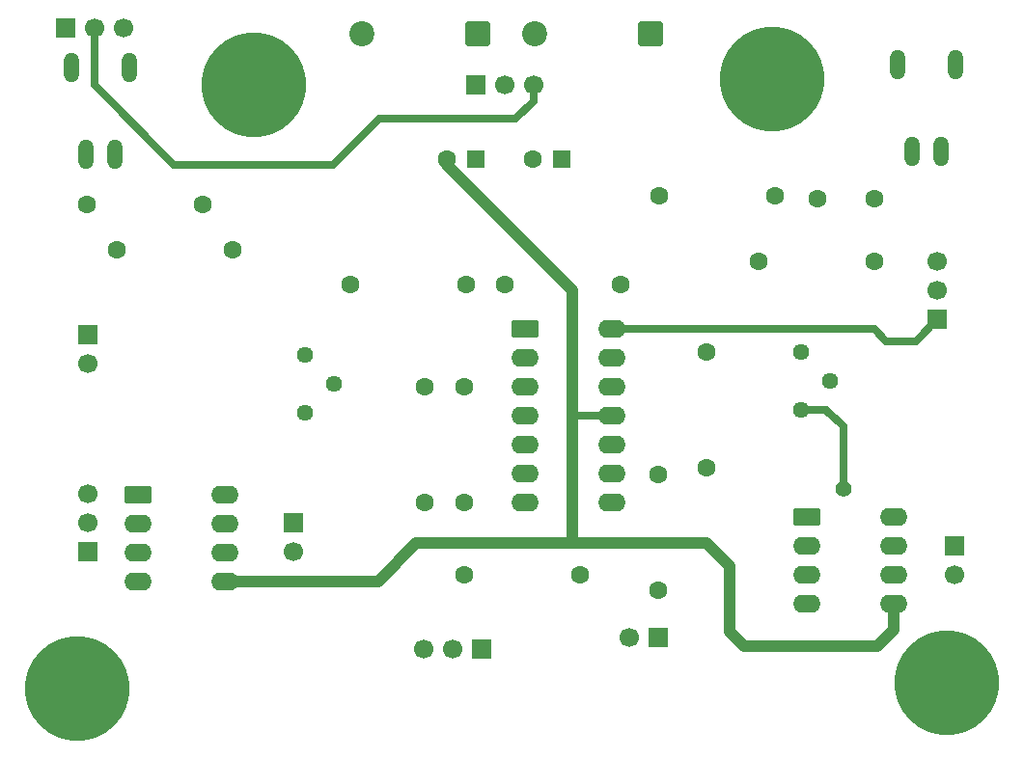
<source format=gbr>
%TF.GenerationSoftware,KiCad,Pcbnew,9.0.4*%
%TF.CreationDate,2025-09-29T15:33:42+02:00*%
%TF.ProjectId,AM_modulation_fiber,414d5f6d-6f64-4756-9c61-74696f6e5f66,rev?*%
%TF.SameCoordinates,Original*%
%TF.FileFunction,Copper,L1,Top*%
%TF.FilePolarity,Positive*%
%FSLAX46Y46*%
G04 Gerber Fmt 4.6, Leading zero omitted, Abs format (unit mm)*
G04 Created by KiCad (PCBNEW 9.0.4) date 2025-09-29 15:33:42*
%MOMM*%
%LPD*%
G01*
G04 APERTURE LIST*
G04 Aperture macros list*
%AMRoundRect*
0 Rectangle with rounded corners*
0 $1 Rounding radius*
0 $2 $3 $4 $5 $6 $7 $8 $9 X,Y pos of 4 corners*
0 Add a 4 corners polygon primitive as box body*
4,1,4,$2,$3,$4,$5,$6,$7,$8,$9,$2,$3,0*
0 Add four circle primitives for the rounded corners*
1,1,$1+$1,$2,$3*
1,1,$1+$1,$4,$5*
1,1,$1+$1,$6,$7*
1,1,$1+$1,$8,$9*
0 Add four rect primitives between the rounded corners*
20,1,$1+$1,$2,$3,$4,$5,0*
20,1,$1+$1,$4,$5,$6,$7,0*
20,1,$1+$1,$6,$7,$8,$9,0*
20,1,$1+$1,$8,$9,$2,$3,0*%
G04 Aperture macros list end*
%TA.AperFunction,ComponentPad*%
%ADD10O,1.320800X2.641600*%
%TD*%
%TA.AperFunction,ComponentPad*%
%ADD11C,1.600000*%
%TD*%
%TA.AperFunction,ComponentPad*%
%ADD12RoundRect,0.250000X0.550000X0.550000X-0.550000X0.550000X-0.550000X-0.550000X0.550000X-0.550000X0*%
%TD*%
%TA.AperFunction,ComponentPad*%
%ADD13R,1.700000X1.700000*%
%TD*%
%TA.AperFunction,ComponentPad*%
%ADD14C,1.700000*%
%TD*%
%TA.AperFunction,ComponentPad*%
%ADD15C,9.200000*%
%TD*%
%TA.AperFunction,ComponentPad*%
%ADD16RoundRect,0.250000X-0.950000X-0.550000X0.950000X-0.550000X0.950000X0.550000X-0.950000X0.550000X0*%
%TD*%
%TA.AperFunction,ComponentPad*%
%ADD17O,2.400000X1.600000*%
%TD*%
%TA.AperFunction,ComponentPad*%
%ADD18C,1.440000*%
%TD*%
%TA.AperFunction,ComponentPad*%
%ADD19RoundRect,0.249999X0.850001X0.850001X-0.850001X0.850001X-0.850001X-0.850001X0.850001X-0.850001X0*%
%TD*%
%TA.AperFunction,ComponentPad*%
%ADD20C,2.200000*%
%TD*%
%TA.AperFunction,ViaPad*%
%ADD21C,1.400000*%
%TD*%
%TA.AperFunction,Conductor*%
%ADD22C,0.700000*%
%TD*%
%TA.AperFunction,Conductor*%
%ADD23C,1.000000*%
%TD*%
G04 APERTURE END LIST*
D10*
%TO.P,XR2,1*%
%TO.N,N/C*%
X261040000Y-90695700D03*
%TO.P,XR2,2*%
X255960000Y-90695700D03*
%TO.P,XR2,A*%
%TO.N,VS_PHD*%
X257230000Y-98315700D03*
%TO.P,XR2,K*%
%TO.N,VCC+*%
X259770000Y-98315700D03*
%TD*%
D11*
%TO.P,R10,1*%
%TO.N,IN_DEM*%
X235000000Y-136910000D03*
%TO.P,R10,2*%
%TO.N,Net-(U4C--)*%
X235000000Y-126750000D03*
%TD*%
D12*
%TO.P,C1,1*%
%TO.N,VCC+*%
X226500000Y-99000000D03*
D11*
%TO.P,C1,2*%
%TO.N,GND*%
X224000000Y-99000000D03*
%TD*%
D13*
%TO.P,J7,1,Pin_1*%
%TO.N,IN_2*%
X219540000Y-142000000D03*
D14*
%TO.P,J7,2,Pin_2*%
%TO.N,GND*%
X217000000Y-142000000D03*
%TO.P,J7,3,Pin_3*%
%TO.N,IN_1*%
X214460000Y-142000000D03*
%TD*%
D10*
%TO.P,XR1,1*%
%TO.N,N/C*%
X188580000Y-91000000D03*
%TO.P,XR1,2*%
X183500000Y-91000000D03*
%TO.P,XR1,A*%
%TO.N,OUT_LED*%
X184770000Y-98620000D03*
%TO.P,XR1,K*%
%TO.N,I_LED*%
X187310000Y-98620000D03*
%TD*%
D13*
%TO.P,J2,1,Pin_1*%
%TO.N,IN_CAR*%
X185000000Y-133460000D03*
D14*
%TO.P,J2,2,Pin_2*%
%TO.N,GND*%
X185000000Y-130920000D03*
%TO.P,J2,3,Pin_3*%
%TO.N,IN_MOD*%
X185000000Y-128380000D03*
%TD*%
D13*
%TO.P,J4,1,Pin_1*%
%TO.N,OUT_MOD*%
X203000000Y-130960000D03*
D14*
%TO.P,J4,2,Pin_2*%
%TO.N,GND*%
X203000000Y-133500000D03*
%TD*%
D11*
%TO.P,R1,1*%
%TO.N,I_LED*%
X187500000Y-107000000D03*
%TO.P,R1,2*%
%TO.N,GND*%
X197660000Y-107000000D03*
%TD*%
D15*
%TO.P,,1*%
%TO.N,N/C*%
X199500000Y-92500000D03*
%TD*%
D16*
%TO.P,U2,1,X1*%
%TO.N,IN_MOD*%
X189380000Y-128460000D03*
D17*
%TO.P,U2,2,X2*%
%TO.N,GND*%
X189380000Y-131000000D03*
%TO.P,U2,3,Y1*%
%TO.N,IN_CAR*%
X189380000Y-133540000D03*
%TO.P,U2,4,Y2*%
%TO.N,GND*%
X189380000Y-136080000D03*
%TO.P,U2,5,-VS*%
%TO.N,VCC-*%
X197000000Y-136080000D03*
%TO.P,U2,6,Z*%
%TO.N,GND*%
X197000000Y-133540000D03*
%TO.P,U2,7,W*%
%TO.N,OUT_MOD*%
X197000000Y-131000000D03*
%TO.P,U2,8,+VS*%
%TO.N,VCC+*%
X197000000Y-128460000D03*
%TD*%
D18*
%TO.P,RV1,1,1*%
%TO.N,VCC+*%
X204015000Y-121290000D03*
%TO.P,RV1,2,2*%
%TO.N,Offset*%
X206555000Y-118750000D03*
%TO.P,RV1,3,3*%
%TO.N,GND*%
X204015000Y-116210000D03*
%TD*%
D13*
%TO.P,J5,1,Pin_1*%
%TO.N,IN_DEM*%
X235000000Y-141000000D03*
D14*
%TO.P,J5,2,Pin_2*%
%TO.N,GND*%
X232460000Y-141000000D03*
%TD*%
D18*
%TO.P,RV2,1,1*%
%TO.N,Net-(U3-X1)*%
X247500000Y-121040000D03*
%TO.P,RV2,2,2*%
%TO.N,Net-(R11-Pad2)*%
X250040000Y-118500000D03*
%TO.P,RV2,3,3*%
X247500000Y-115960000D03*
%TD*%
D11*
%TO.P,R9,1*%
%TO.N,Net-(U4D-+)*%
X245250000Y-102250000D03*
%TO.P,R9,2*%
%TO.N,GND*%
X235090000Y-102250000D03*
%TD*%
D13*
%TO.P,J6,1,Pin_1*%
%TO.N,OUT_DEM*%
X261000000Y-132960000D03*
D14*
%TO.P,J6,2,Pin_2*%
%TO.N,GND*%
X261000000Y-135500000D03*
%TD*%
D11*
%TO.P,R3,1*%
%TO.N,Net-(U4A--)*%
X195000000Y-103000000D03*
%TO.P,R3,2*%
%TO.N,OUT_LED*%
X184840000Y-103000000D03*
%TD*%
D13*
%TO.P,J3,1,Pin_1*%
%TO.N,OUT_PHD*%
X259500000Y-113080000D03*
D14*
%TO.P,J3,2,Pin_2*%
%TO.N,GND*%
X259500000Y-110540000D03*
%TO.P,J3,3,Pin_3*%
%TO.N,VS_PHD*%
X259500000Y-108000000D03*
%TD*%
D13*
%TO.P,J9,1,Pin_1*%
%TO.N,GND*%
X183000000Y-87500000D03*
D14*
%TO.P,J9,2,Pin_2*%
%TO.N,VCC+*%
X185540000Y-87500000D03*
%TO.P,J9,3,Pin_3*%
%TO.N,OUT_LED*%
X188080000Y-87500000D03*
%TD*%
D19*
%TO.P,D2,1,K*%
%TO.N,GND*%
X219160000Y-88000000D03*
D20*
%TO.P,D2,2,A*%
%TO.N,VCC-*%
X209000000Y-88000000D03*
%TD*%
D15*
%TO.P,,1*%
%TO.N,N/C*%
X245000000Y-92000000D03*
%TD*%
D11*
%TO.P,R6,1*%
%TO.N,IN_1*%
X214500000Y-129160000D03*
%TO.P,R6,2*%
%TO.N,Net-(U4A-+)*%
X214500000Y-119000000D03*
%TD*%
%TO.P,R8,1*%
%TO.N,VS_PHD*%
X254000000Y-108000000D03*
%TO.P,R8,2*%
%TO.N,GND*%
X243840000Y-108000000D03*
%TD*%
D15*
%TO.P,REF\u002A\u002A,1*%
%TO.N,N/C*%
X260350000Y-145000000D03*
%TD*%
D16*
%TO.P,U3,1,X1*%
%TO.N,Net-(U3-X1)*%
X248000000Y-130460000D03*
D17*
%TO.P,U3,2,X2*%
%TO.N,GND*%
X248000000Y-133000000D03*
%TO.P,U3,3,Y1*%
%TO.N,IN_CAR*%
X248000000Y-135540000D03*
%TO.P,U3,4,Y2*%
%TO.N,GND*%
X248000000Y-138080000D03*
%TO.P,U3,5,-VS*%
%TO.N,VCC-*%
X255620000Y-138080000D03*
%TO.P,U3,6,Z*%
%TO.N,GND*%
X255620000Y-135540000D03*
%TO.P,U3,7,W*%
%TO.N,OUT_DEM*%
X255620000Y-133000000D03*
%TO.P,U3,8,+VS*%
%TO.N,VCC+*%
X255620000Y-130460000D03*
%TD*%
D11*
%TO.P,R11,1*%
%TO.N,Net-(U4C--)*%
X239250000Y-126080000D03*
%TO.P,R11,2*%
%TO.N,Net-(R11-Pad2)*%
X239250000Y-115920000D03*
%TD*%
%TO.P,R2,1*%
%TO.N,Offset*%
X208000000Y-110000000D03*
%TO.P,R2,2*%
%TO.N,Net-(U4A-+)*%
X218160000Y-110000000D03*
%TD*%
D19*
%TO.P,D1,1,K*%
%TO.N,VCC+*%
X234330000Y-88000000D03*
D20*
%TO.P,D1,2,A*%
%TO.N,GND*%
X224170000Y-88000000D03*
%TD*%
D11*
%TO.P,R4,1*%
%TO.N,GND*%
X231660000Y-110000000D03*
%TO.P,R4,2*%
%TO.N,Net-(U4A--)*%
X221500000Y-110000000D03*
%TD*%
%TO.P,R7,1*%
%TO.N,GND*%
X228160000Y-135500000D03*
%TO.P,R7,2*%
%TO.N,IN_2*%
X218000000Y-135500000D03*
%TD*%
D13*
%TO.P,J1,1,Pin_1*%
%TO.N,VCC-*%
X218960000Y-92500000D03*
D14*
%TO.P,J1,2,Pin_2*%
%TO.N,GND*%
X221500000Y-92500000D03*
%TO.P,J1,3,Pin_3*%
%TO.N,VCC+*%
X224040000Y-92500000D03*
%TD*%
D11*
%TO.P,C3,1*%
%TO.N,VS_PHD*%
X254000000Y-102500000D03*
%TO.P,C3,2*%
%TO.N,Net-(U4D-+)*%
X249000000Y-102500000D03*
%TD*%
D15*
%TO.P,REF\u002A\u002A,1*%
%TO.N,N/C*%
X184000000Y-145500000D03*
%TD*%
D11*
%TO.P,R5,1*%
%TO.N,IN_2*%
X218000000Y-129160000D03*
%TO.P,R5,2*%
%TO.N,Net-(U4A-+)*%
X218000000Y-119000000D03*
%TD*%
D12*
%TO.P,C2,1*%
%TO.N,GND*%
X219000000Y-99000000D03*
D11*
%TO.P,C2,2*%
%TO.N,VCC-*%
X216500000Y-99000000D03*
%TD*%
D13*
%TO.P,J8,1,Pin_1*%
%TO.N,OUT_LED*%
X185000000Y-114460000D03*
D14*
%TO.P,J8,2,Pin_2*%
%TO.N,GND*%
X185000000Y-117000000D03*
%TD*%
D16*
%TO.P,U4,1*%
%TO.N,OUT_LED*%
X223340000Y-113960000D03*
D17*
%TO.P,U4,2,-*%
%TO.N,Net-(U4A--)*%
X223340000Y-116500000D03*
%TO.P,U4,3,+*%
%TO.N,Net-(U4A-+)*%
X223340000Y-119040000D03*
%TO.P,U4,4,V+*%
%TO.N,VCC+*%
X223340000Y-121580000D03*
%TO.P,U4,5*%
%TO.N,N/C*%
X223340000Y-124120000D03*
%TO.P,U4,6*%
X223340000Y-126660000D03*
%TO.P,U4,7*%
X223340000Y-129200000D03*
%TO.P,U4,8*%
%TO.N,Net-(U3-X1)*%
X230960000Y-129200000D03*
%TO.P,U4,9,-*%
%TO.N,Net-(U4C--)*%
X230960000Y-126660000D03*
%TO.P,U4,10,+*%
%TO.N,GND*%
X230960000Y-124120000D03*
%TO.P,U4,11,V-*%
%TO.N,VCC-*%
X230960000Y-121580000D03*
%TO.P,U4,12,+*%
%TO.N,Net-(U4D-+)*%
X230960000Y-119040000D03*
%TO.P,U4,13,-*%
%TO.N,OUT_PHD*%
X230960000Y-116500000D03*
%TO.P,U4,14*%
X230960000Y-113960000D03*
%TD*%
D21*
%TO.N,Net-(U3-X1)*%
X251250000Y-128000000D03*
%TD*%
D22*
%TO.N,VCC+*%
X224040000Y-93960000D02*
X224040000Y-92500000D01*
X185540000Y-87500000D02*
X185540000Y-92540000D01*
X222500000Y-95500000D02*
X224040000Y-93960000D01*
X206500000Y-99500000D02*
X210500000Y-95500000D01*
X210500000Y-95500000D02*
X222500000Y-95500000D01*
X185540000Y-92540000D02*
X192500000Y-99500000D01*
X192500000Y-99500000D02*
X206500000Y-99500000D01*
D23*
%TO.N,VCC-*%
X254250000Y-141750000D02*
X242500000Y-141750000D01*
X241250000Y-140500000D02*
X241250000Y-134750000D01*
D22*
X227750000Y-121750000D02*
X227920000Y-121580000D01*
D23*
X197000000Y-136080000D02*
X210420000Y-136080000D01*
X210420000Y-136080000D02*
X213750000Y-132750000D01*
X216500000Y-99500000D02*
X227500000Y-110500000D01*
X227500000Y-131750000D02*
X227500000Y-121750000D01*
X255620000Y-138880000D02*
X255620000Y-140380000D01*
D22*
X227920000Y-121580000D02*
X230960000Y-121580000D01*
D23*
X227500000Y-132750000D02*
X227500000Y-131750000D01*
X242500000Y-141750000D02*
X241250000Y-140500000D01*
X239250000Y-132750000D02*
X227500000Y-132750000D01*
X241250000Y-134750000D02*
X239250000Y-132750000D01*
D22*
X227500000Y-121750000D02*
X227750000Y-121750000D01*
D23*
X227500000Y-110500000D02*
X227500000Y-121750000D01*
D22*
X255620000Y-138080000D02*
X255620000Y-138880000D01*
D23*
X216500000Y-99000000D02*
X216500000Y-99500000D01*
X255620000Y-140380000D02*
X254250000Y-141750000D01*
X213750000Y-132750000D02*
X227500000Y-132750000D01*
D22*
%TO.N,OUT_PHD*%
X255000000Y-115000000D02*
X257580000Y-115000000D01*
X257580000Y-115000000D02*
X259500000Y-113080000D01*
X253960000Y-113960000D02*
X255000000Y-115000000D01*
X230960000Y-113960000D02*
X253960000Y-113960000D01*
%TO.N,Net-(U3-X1)*%
X251250000Y-128000000D02*
X251250000Y-122500000D01*
X249920000Y-121250000D02*
X249710000Y-121040000D01*
X249710000Y-121040000D02*
X247500000Y-121040000D01*
X251250000Y-122500000D02*
X250000000Y-121250000D01*
X250000000Y-121250000D02*
X249920000Y-121250000D01*
%TD*%
M02*

</source>
